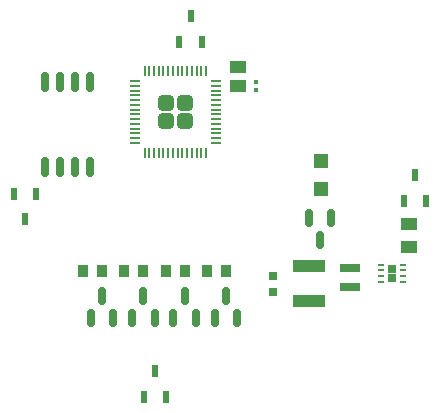
<source format=gbr>
%TF.GenerationSoftware,KiCad,Pcbnew,9.0.6*%
%TF.CreationDate,2025-12-07T19:24:30-08:00*%
%TF.ProjectId,redstone_repeater,72656473-746f-46e6-955f-726570656174,rev?*%
%TF.SameCoordinates,Original*%
%TF.FileFunction,Paste,Top*%
%TF.FilePolarity,Positive*%
%FSLAX46Y46*%
G04 Gerber Fmt 4.6, Leading zero omitted, Abs format (unit mm)*
G04 Created by KiCad (PCBNEW 9.0.6) date 2025-12-07 19:24:30*
%MOMM*%
%LPD*%
G01*
G04 APERTURE LIST*
G04 Aperture macros list*
%AMRoundRect*
0 Rectangle with rounded corners*
0 $1 Rounding radius*
0 $2 $3 $4 $5 $6 $7 $8 $9 X,Y pos of 4 corners*
0 Add a 4 corners polygon primitive as box body*
4,1,4,$2,$3,$4,$5,$6,$7,$8,$9,$2,$3,0*
0 Add four circle primitives for the rounded corners*
1,1,$1+$1,$2,$3*
1,1,$1+$1,$4,$5*
1,1,$1+$1,$6,$7*
1,1,$1+$1,$8,$9*
0 Add four rect primitives between the rounded corners*
20,1,$1+$1,$2,$3,$4,$5,0*
20,1,$1+$1,$4,$5,$6,$7,0*
20,1,$1+$1,$6,$7,$8,$9,0*
20,1,$1+$1,$8,$9,$2,$3,0*%
G04 Aperture macros list end*
%ADD10RoundRect,0.150000X0.150000X-0.587500X0.150000X0.587500X-0.150000X0.587500X-0.150000X-0.587500X0*%
%ADD11R,0.950000X1.000000*%
%ADD12RoundRect,0.150000X-0.150000X0.587500X-0.150000X-0.587500X0.150000X-0.587500X0.150000X0.587500X0*%
%ADD13R,0.750000X0.650000*%
%ADD14RoundRect,0.062500X0.187500X0.062500X-0.187500X0.062500X-0.187500X-0.062500X0.187500X-0.062500X0*%
%ADD15R,0.420000X0.460000*%
%ADD16R,1.800000X0.800000*%
%ADD17R,0.600000X1.100000*%
%ADD18R,0.700000X0.650000*%
%ADD19R,1.450000X1.000000*%
%ADD20R,2.700000X1.100000*%
%ADD21RoundRect,0.162500X0.162500X-0.650000X0.162500X0.650000X-0.162500X0.650000X-0.162500X-0.650000X0*%
%ADD22RoundRect,0.249999X0.395001X-0.395001X0.395001X0.395001X-0.395001X0.395001X-0.395001X-0.395001X0*%
%ADD23RoundRect,0.050000X0.050000X-0.387500X0.050000X0.387500X-0.050000X0.387500X-0.050000X-0.387500X0*%
%ADD24RoundRect,0.050000X0.387500X-0.050000X0.387500X0.050000X-0.387500X0.050000X-0.387500X-0.050000X0*%
%ADD25R,1.470000X1.020000*%
%ADD26R,1.250000X1.150000*%
G04 APERTURE END LIST*
D10*
%TO.C,Q4*%
X179550000Y-63437500D03*
X181450000Y-63437500D03*
X180500000Y-61562500D03*
%TD*%
D11*
%TO.C,D3*%
X177000000Y-59500000D03*
X175400000Y-59500000D03*
%TD*%
D12*
%TO.C,Q5*%
X189400000Y-55000000D03*
X187500000Y-55000000D03*
X188450000Y-56875000D03*
%TD*%
D13*
%TO.C,U3*%
X194550000Y-60063863D03*
X194550000Y-59263863D03*
D14*
X195500000Y-60413863D03*
X195500000Y-59913863D03*
X195500000Y-59413863D03*
X195500000Y-58913863D03*
X193600000Y-58913863D03*
X193600000Y-59413863D03*
X193600000Y-59913863D03*
X193600000Y-60413863D03*
%TD*%
D15*
%TO.C,C7*%
X183000000Y-44160000D03*
X183000000Y-43500000D03*
%TD*%
D11*
%TO.C,D4*%
X180500000Y-59500000D03*
X178900000Y-59500000D03*
%TD*%
D16*
%TO.C,L1*%
X191000000Y-59200000D03*
X191000000Y-60800000D03*
%TD*%
D17*
%TO.C,D18*%
X195550000Y-53550000D03*
X197450000Y-53550000D03*
X196500000Y-51350000D03*
%TD*%
D11*
%TO.C,D1*%
X170000000Y-59500000D03*
X168400000Y-59500000D03*
%TD*%
D10*
%TO.C,Q1*%
X169050000Y-63437500D03*
X170950000Y-63437500D03*
X170000000Y-61562500D03*
%TD*%
D18*
%TO.C,C5*%
X184500000Y-59913863D03*
X184500000Y-61263863D03*
%TD*%
D19*
%TO.C,R10*%
X196000000Y-57400000D03*
X196000000Y-55500000D03*
%TD*%
D20*
%TO.C,R17*%
X187500000Y-59000000D03*
X187500000Y-62000000D03*
%TD*%
D17*
%TO.C,D21*%
X164450000Y-52900000D03*
X162550000Y-52900000D03*
X163500000Y-55100000D03*
%TD*%
D11*
%TO.C,D2*%
X173500000Y-59500000D03*
X171900000Y-59500000D03*
%TD*%
D10*
%TO.C,Q2*%
X172550000Y-63437500D03*
X174450000Y-63437500D03*
X173500000Y-61562500D03*
%TD*%
D21*
%TO.C,U5*%
X165194999Y-50650000D03*
X166464999Y-50650000D03*
X167734999Y-50650000D03*
X169004999Y-50650000D03*
X169004999Y-43475000D03*
X167734999Y-43475000D03*
X166464999Y-43475000D03*
X165194999Y-43475000D03*
%TD*%
D22*
%TO.C,U1*%
X175400000Y-46800000D03*
X177000000Y-46800000D03*
X175400000Y-45200000D03*
X177000000Y-45200000D03*
D23*
X173600000Y-49437500D03*
X174000001Y-49437500D03*
X174400000Y-49437500D03*
X174800000Y-49437500D03*
X175200000Y-49437500D03*
X175599999Y-49437500D03*
X176000000Y-49437500D03*
X176400000Y-49437500D03*
X176800001Y-49437500D03*
X177200000Y-49437500D03*
X177600000Y-49437500D03*
X178000000Y-49437500D03*
X178399999Y-49437500D03*
X178800000Y-49437500D03*
D24*
X179637500Y-48600000D03*
X179637500Y-48199999D03*
X179637500Y-47800000D03*
X179637500Y-47400000D03*
X179637500Y-47000000D03*
X179637500Y-46600001D03*
X179637500Y-46200000D03*
X179637500Y-45800000D03*
X179637500Y-45399999D03*
X179637500Y-45000000D03*
X179637500Y-44600000D03*
X179637500Y-44200000D03*
X179637500Y-43800001D03*
X179637500Y-43400000D03*
D23*
X178800000Y-42562500D03*
X178399999Y-42562500D03*
X178000000Y-42562500D03*
X177600000Y-42562500D03*
X177200000Y-42562500D03*
X176800001Y-42562500D03*
X176400000Y-42562500D03*
X176000000Y-42562500D03*
X175599999Y-42562500D03*
X175200000Y-42562500D03*
X174800000Y-42562500D03*
X174400000Y-42562500D03*
X174000001Y-42562500D03*
X173600000Y-42562500D03*
D24*
X172762500Y-43400000D03*
X172762500Y-43800001D03*
X172762500Y-44200000D03*
X172762500Y-44600000D03*
X172762500Y-45000000D03*
X172762500Y-45399999D03*
X172762500Y-45800000D03*
X172762500Y-46200000D03*
X172762500Y-46600001D03*
X172762500Y-47000000D03*
X172762500Y-47400000D03*
X172762500Y-47800000D03*
X172762500Y-48199999D03*
X172762500Y-48600000D03*
%TD*%
D25*
%TO.C,C6*%
X181500000Y-43800000D03*
X181500000Y-42200000D03*
%TD*%
D17*
%TO.C,D17*%
X176550000Y-40100000D03*
X178450000Y-40100000D03*
X177500000Y-37900000D03*
%TD*%
%TO.C,D20*%
X173550000Y-70100000D03*
X175450000Y-70100000D03*
X174500000Y-67900000D03*
%TD*%
D10*
%TO.C,Q3*%
X176050000Y-63437500D03*
X177950000Y-63437500D03*
X177000000Y-61562500D03*
%TD*%
D26*
%TO.C,R9*%
X188500000Y-52500000D03*
X188500000Y-50150000D03*
%TD*%
M02*

</source>
